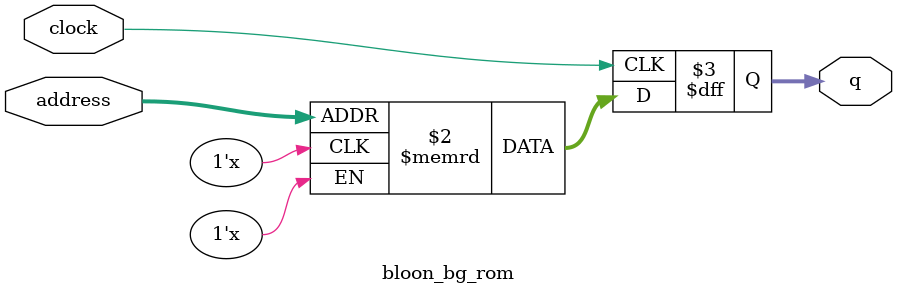
<source format=sv>
module bloon_bg_rom (
	input logic clock,
	input logic [16:0] address,
	output logic [3:0] q
);

logic [3:0] memory [0:76799] /* synthesis ram_init_file = "./bloon_bg/bloon_bg.mif" */;

always_ff @ (posedge clock) begin
	q <= memory[address];
end

endmodule

</source>
